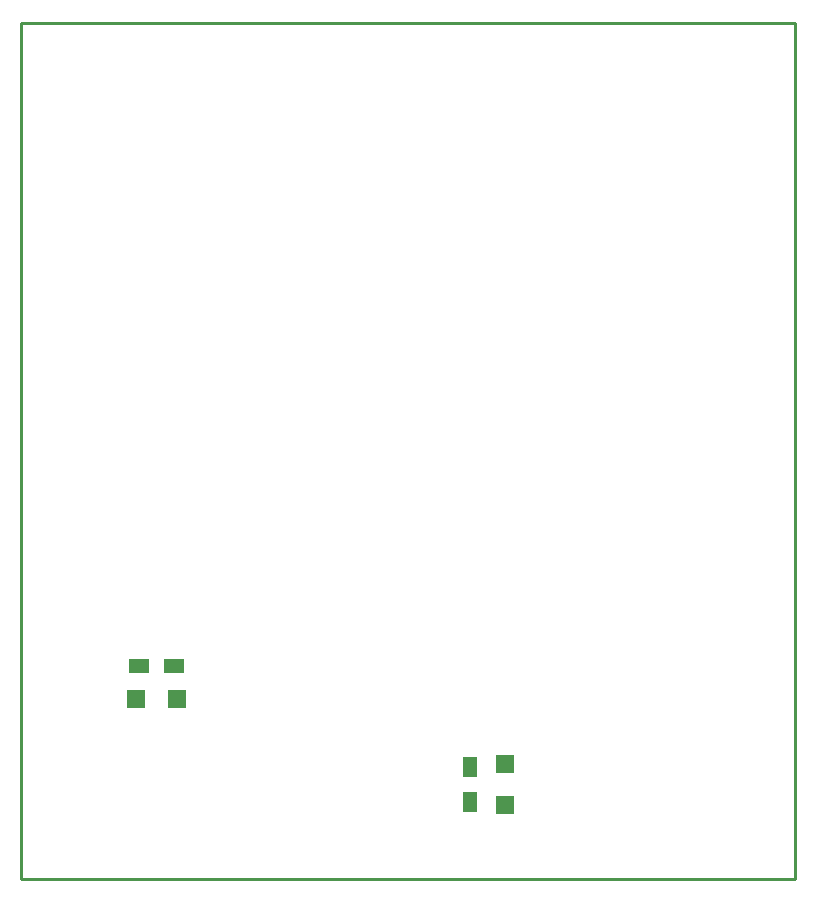
<source format=gtp>
G75*
%MOIN*%
%OFA0B0*%
%FSLAX25Y25*%
%IPPOS*%
%LPD*%
%AMOC8*
5,1,8,0,0,1.08239X$1,22.5*
%
%ADD10C,0.00000*%
%ADD11C,0.01000*%
%ADD12R,0.07087X0.04724*%
%ADD13R,0.04724X0.07087*%
%ADD14R,0.05906X0.05906*%
D10*
X0246800Y0001800D02*
X0259674Y0001800D01*
D11*
X0001800Y0001800D02*
X0001800Y0287233D01*
X0259674Y0287233D01*
X0259674Y0001800D01*
X0001800Y0001800D01*
D12*
X0041174Y0072666D03*
X0052977Y0072666D03*
D13*
X0151406Y0039198D03*
X0151406Y0027394D03*
D14*
X0163154Y0026406D03*
X0163154Y0040186D03*
X0053965Y0061643D03*
X0040186Y0061643D03*
M02*

</source>
